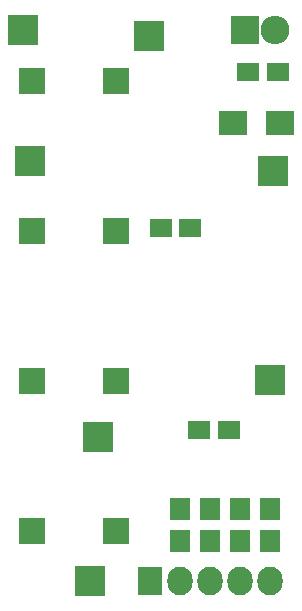
<source format=gbs>
G04 #@! TF.FileFunction,Soldermask,Bot*
%FSLAX46Y46*%
G04 Gerber Fmt 4.6, Leading zero omitted, Abs format (unit mm)*
G04 Created by KiCad (PCBNEW 4.0.2-stable) date Tuesday, December 20, 2016 'PMt' 03:21:04 PM*
%MOMM*%
G01*
G04 APERTURE LIST*
%ADD10C,0.100000*%
%ADD11R,1.900000X1.650000*%
%ADD12R,2.400000X2.000000*%
%ADD13R,2.200000X2.200000*%
%ADD14R,2.127200X2.432000*%
%ADD15O,2.127200X2.432000*%
%ADD16R,1.700000X1.900000*%
%ADD17R,2.635200X2.635200*%
%ADD18R,2.432000X2.432000*%
%ADD19O,2.432000X2.432000*%
G04 APERTURE END LIST*
D10*
D11*
X154158000Y-71374000D03*
X151658000Y-71374000D03*
D12*
X154400000Y-75692000D03*
X150400000Y-75692000D03*
D11*
X144266600Y-84556600D03*
X146766600Y-84556600D03*
X150043200Y-101650800D03*
X147543200Y-101650800D03*
D13*
X140481000Y-72136000D03*
X133331000Y-72136000D03*
X140481000Y-84836000D03*
X133331000Y-84836000D03*
X133331000Y-97536000D03*
X140481000Y-97536000D03*
X140481000Y-110236000D03*
X133331000Y-110236000D03*
D14*
X143383000Y-114427000D03*
D15*
X145923000Y-114427000D03*
X148463000Y-114427000D03*
X151003000Y-114427000D03*
X153543000Y-114427000D03*
D16*
X153543000Y-111078000D03*
X153543000Y-108378000D03*
X151003000Y-111078000D03*
X151003000Y-108378000D03*
X148463000Y-111078000D03*
X148463000Y-108378000D03*
X145923000Y-111078000D03*
X145923000Y-108378000D03*
D17*
X132588000Y-67818000D03*
X133223000Y-78867000D03*
X138938000Y-102235000D03*
X138303000Y-114427000D03*
D18*
X151384000Y-67818000D03*
D19*
X153924000Y-67818000D03*
D17*
X153797000Y-79756000D03*
X143256000Y-68326000D03*
X153543000Y-97409000D03*
M02*

</source>
